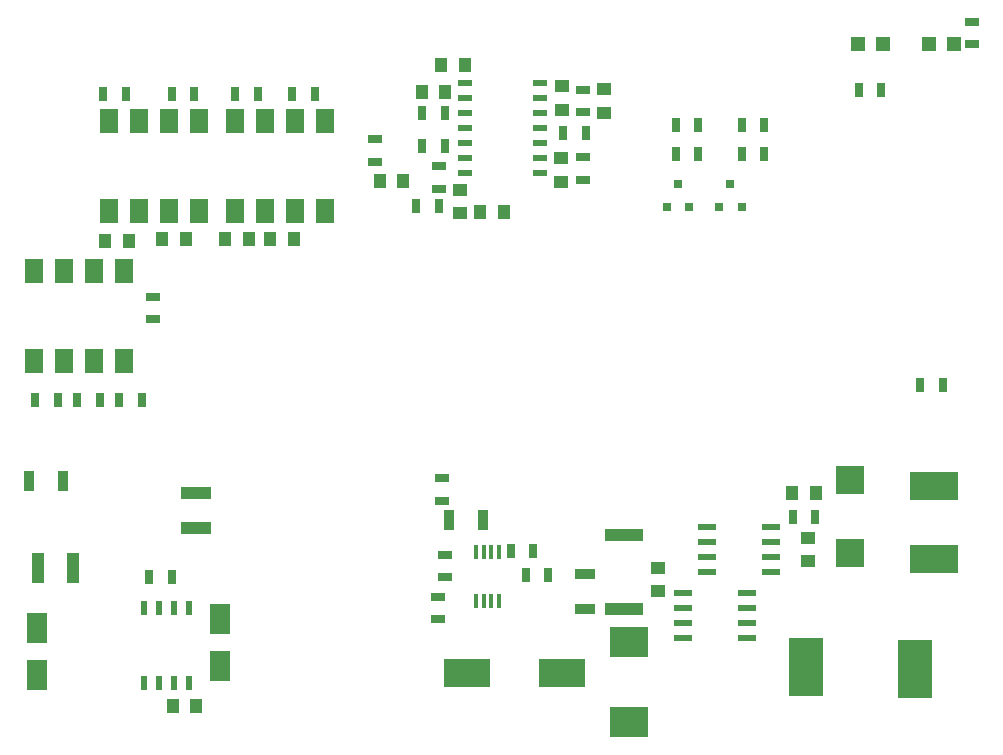
<source format=gtp>
G04 #@! TF.FileFunction,Paste,Top*
%FSLAX46Y46*%
G04 Gerber Fmt 4.6, Leading zero omitted, Abs format (unit mm)*
G04 Created by KiCad (PCBNEW 4.0.1-stable) date 11/23/2016 2:12:10 PM*
%MOMM*%
G01*
G04 APERTURE LIST*
%ADD10C,0.150000*%
%ADD11R,1.524000X2.032000*%
%ADD12R,2.430000X2.370000*%
%ADD13R,4.130000X2.370000*%
%ADD14R,1.198880X1.198880*%
%ADD15R,1.550000X0.600000*%
%ADD16R,0.400000X1.200000*%
%ADD17R,4.000500X2.400300*%
%ADD18R,0.800100X0.800100*%
%ADD19R,1.800860X2.499360*%
%ADD20R,0.508000X1.143000*%
%ADD21R,1.000000X1.250000*%
%ADD22R,1.250000X1.000000*%
%ADD23R,1.143000X0.508000*%
%ADD24R,1.300000X0.700000*%
%ADD25R,0.700000X1.300000*%
%ADD26R,1.700000X0.900000*%
%ADD27R,0.900000X1.700000*%
%ADD28R,3.200000X1.000000*%
%ADD29R,1.000000X2.500000*%
%ADD30R,2.500000X1.000000*%
%ADD31R,2.999740X4.900000*%
%ADD32R,3.299460X2.499360*%
G04 APERTURE END LIST*
D10*
D11*
X41021000Y-39878000D03*
X38481000Y-39878000D03*
X35941000Y-39878000D03*
X33401000Y-39878000D03*
X33401000Y-47498000D03*
X35941000Y-47498000D03*
X38481000Y-47498000D03*
X41021000Y-47498000D03*
D12*
X96139000Y-70286000D03*
X96139000Y-76526000D03*
D13*
X103251000Y-70794000D03*
X103251000Y-77034000D03*
D14*
X98876020Y-33419000D03*
X96777980Y-33419000D03*
X104926020Y-33419000D03*
X102827980Y-33419000D03*
D15*
X87409000Y-83693000D03*
X87409000Y-82423000D03*
X87409000Y-81153000D03*
X87409000Y-79883000D03*
X82009000Y-79883000D03*
X82009000Y-81153000D03*
X82009000Y-82423000D03*
X82009000Y-83693000D03*
X84041000Y-74295000D03*
X84041000Y-75565000D03*
X84041000Y-76835000D03*
X84041000Y-78105000D03*
X89441000Y-78105000D03*
X89441000Y-76835000D03*
X89441000Y-75565000D03*
X89441000Y-74295000D03*
D16*
X66380000Y-76386000D03*
X65730000Y-76386000D03*
X65080000Y-76386000D03*
X64430000Y-76386000D03*
X64430000Y-80586000D03*
X65080000Y-80586000D03*
X65730000Y-80586000D03*
X66380000Y-80586000D03*
D11*
X27051000Y-60198000D03*
X29591000Y-60198000D03*
X32131000Y-60198000D03*
X34671000Y-60198000D03*
X34671000Y-52578000D03*
X32131000Y-52578000D03*
X29591000Y-52578000D03*
X27051000Y-52578000D03*
D17*
X71691500Y-86614000D03*
X63690500Y-86614000D03*
D18*
X80584000Y-47228760D03*
X82484000Y-47228760D03*
X81534000Y-45229780D03*
X85029000Y-47228760D03*
X86929000Y-47228760D03*
X85979000Y-45229780D03*
D19*
X27305000Y-82837020D03*
X27305000Y-86834980D03*
X42799000Y-82075020D03*
X42799000Y-86072980D03*
D20*
X36322000Y-81153000D03*
X37592000Y-81153000D03*
X38862000Y-81153000D03*
X40132000Y-81153000D03*
X40132000Y-87503000D03*
X38862000Y-87503000D03*
X37592000Y-87503000D03*
X36322000Y-87503000D03*
D21*
X58277000Y-44958000D03*
X56277000Y-44958000D03*
X33036000Y-50038000D03*
X35036000Y-50038000D03*
X37862000Y-49911000D03*
X39862000Y-49911000D03*
X43196000Y-49911000D03*
X45196000Y-49911000D03*
X47006000Y-49911000D03*
X49006000Y-49911000D03*
D22*
X71628000Y-45069000D03*
X71628000Y-43069000D03*
X71755000Y-38973000D03*
X71755000Y-36973000D03*
X75311000Y-39227000D03*
X75311000Y-37227000D03*
X63119000Y-45736000D03*
X63119000Y-47736000D03*
D21*
X63484000Y-35179000D03*
X61484000Y-35179000D03*
X61833000Y-37465000D03*
X59833000Y-37465000D03*
X66786000Y-47625000D03*
X64786000Y-47625000D03*
D23*
X69850000Y-44323000D03*
X69850000Y-43053000D03*
X69850000Y-41783000D03*
X69850000Y-40513000D03*
X69850000Y-39243000D03*
X69850000Y-37973000D03*
X69850000Y-36703000D03*
X63500000Y-36703000D03*
X63500000Y-37973000D03*
X63500000Y-40513000D03*
X63500000Y-41783000D03*
X63500000Y-43053000D03*
X63500000Y-44323000D03*
X63500000Y-39243000D03*
D24*
X55880000Y-43368000D03*
X55880000Y-41468000D03*
D25*
X32895500Y-37592000D03*
X34795500Y-37592000D03*
X73721000Y-40894000D03*
X71821000Y-40894000D03*
D24*
X73533000Y-39177000D03*
X73533000Y-37277000D03*
X73533000Y-44892000D03*
X73533000Y-42992000D03*
D25*
X38674000Y-37592000D03*
X40574000Y-37592000D03*
X44071500Y-37592000D03*
X45971500Y-37592000D03*
X48897500Y-37592000D03*
X50797500Y-37592000D03*
X59883000Y-39243000D03*
X61783000Y-39243000D03*
D24*
X61341000Y-45654000D03*
X61341000Y-43754000D03*
D25*
X61783000Y-42037000D03*
X59883000Y-42037000D03*
X59375000Y-47117000D03*
X61275000Y-47117000D03*
D11*
X51689000Y-39878000D03*
X49149000Y-39878000D03*
X46609000Y-39878000D03*
X44069000Y-39878000D03*
X44069000Y-47498000D03*
X46609000Y-47498000D03*
X49149000Y-47498000D03*
X51689000Y-47498000D03*
D22*
X92583000Y-77200000D03*
X92583000Y-75200000D03*
D21*
X40751000Y-89408000D03*
X38751000Y-89408000D03*
D22*
X79883000Y-79740000D03*
X79883000Y-77740000D03*
D21*
X93202000Y-71374000D03*
X91202000Y-71374000D03*
D25*
X96877000Y-37269000D03*
X98777000Y-37269000D03*
D24*
X106427000Y-31519000D03*
X106427000Y-33419000D03*
D25*
X88834000Y-42672000D03*
X86934000Y-42672000D03*
X88834000Y-40259000D03*
X86934000Y-40259000D03*
X91252000Y-73406000D03*
X93152000Y-73406000D03*
D24*
X61595000Y-70170000D03*
X61595000Y-72070000D03*
D25*
X30673000Y-63500000D03*
X32573000Y-63500000D03*
X36129000Y-63500000D03*
X34229000Y-63500000D03*
X27117000Y-63500000D03*
X29017000Y-63500000D03*
X69276000Y-76327000D03*
X67376000Y-76327000D03*
X68646000Y-78359000D03*
X70546000Y-78359000D03*
D24*
X61214000Y-82103000D03*
X61214000Y-80203000D03*
X61849000Y-76647000D03*
X61849000Y-78547000D03*
X37084000Y-56703000D03*
X37084000Y-54803000D03*
D25*
X103947000Y-62230000D03*
X102047000Y-62230000D03*
X81346000Y-42672000D03*
X83246000Y-42672000D03*
X81346000Y-40259000D03*
X83246000Y-40259000D03*
X36769000Y-78486000D03*
X38669000Y-78486000D03*
D26*
X73660000Y-81206000D03*
X73660000Y-78306000D03*
D27*
X62177000Y-73660000D03*
X65077000Y-73660000D03*
D28*
X76962000Y-81205000D03*
X76962000Y-75005000D03*
D29*
X30329000Y-77724000D03*
X27329000Y-77724000D03*
D30*
X40767000Y-74398000D03*
X40767000Y-71398000D03*
D27*
X29517000Y-70358000D03*
X26617000Y-70358000D03*
D31*
X92427000Y-86119000D03*
X101627000Y-86319000D03*
D32*
X77427000Y-84017940D03*
X77427000Y-90820060D03*
M02*

</source>
